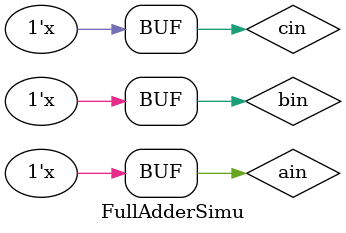
<source format=v>
`timescale 1ns / 1ps


module FullAdderSimu;
reg ain,bin,cin;
wire sum,cout;
initial 
    begin
    ain=0;bin=0;cin=0;
    end
always #20 ain=~ain;
always #40 bin=~bin;
always #80 cin=~cin;
FullAdder my(ain,bin,cin,sum,cout);
endmodule

</source>
